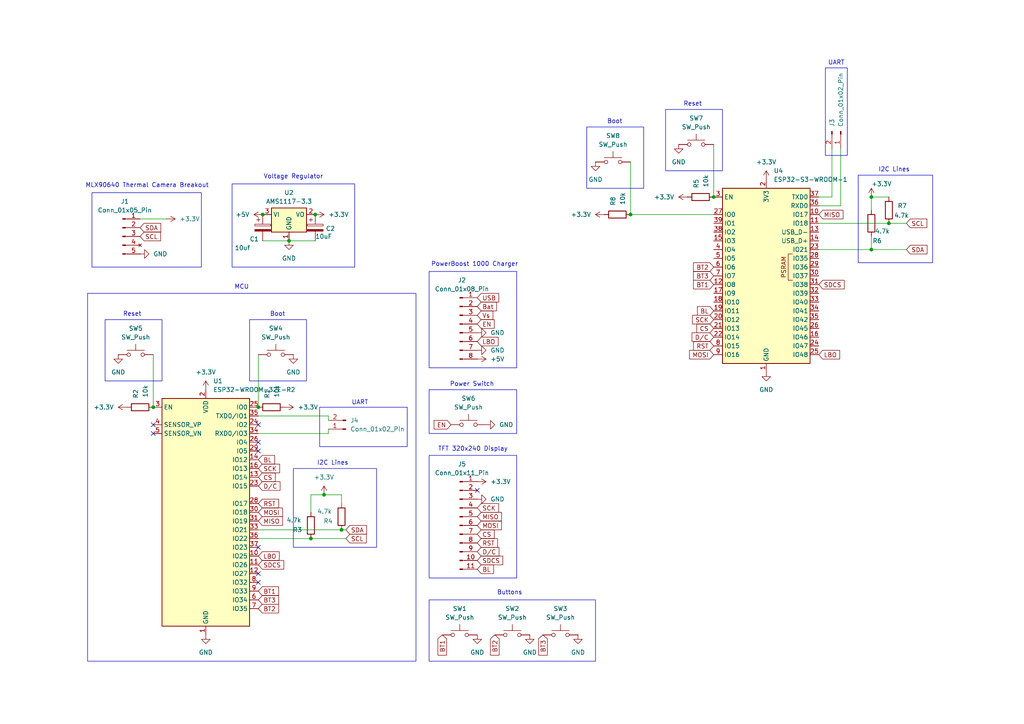
<source format=kicad_sch>
(kicad_sch (version 20250114) (generator "eeschema") (generator_version "9.0")
  (paper "A4")
  (title_block (title "IRview") (date "2025-07-24") (rev "3"))
  (lib_symbols
    (symbol "Connector:Conn_01x02_Pin" (pin_names (offset 1.016) (hide yes))
      (property "Reference" "J" (at 0 2.54 0))
      (property "Value" "Conn_01x02_Pin" (at 0 -5.08 0))
      (symbol "Conn_01x02_Pin_1_1"
        (rectangle (start 0.8636 0.127) (end 0 -0.127) (stroke (width 0.1524)) (fill (type outline)))
        (rectangle (start 0.8636 -2.413) (end 0 -2.667) (stroke (width 0.1524)) (fill (type outline)))
        (polyline (pts (xy 1.27 0) (xy 0.8636 0)) (stroke (width 0.1524)))
        (polyline (pts (xy 1.27 -2.54) (xy 0.8636 -2.54)) (stroke (width 0.1524)))
        (pin passive line (at 5.08 0 180) (length 3.81) (name "Pin_1") (number "1"))
        (pin passive line (at 5.08 -2.54 180) (length 3.81) (name "Pin_2") (number "2"))
      )
    )
    (symbol "Connector:Conn_01x05_Pin" (pin_names (offset 1.016) (hide yes))
      (property "Reference" "J1" (at 0.635 10.16 0))
      (property "Value" "Conn_01x05_Pin" (at 0.635 7.62 0))
      (symbol "Conn_01x05_Pin_1_1"
        (rectangle (start 0.8636 5.207) (end 0 4.953) (stroke (width 0.1524)) (fill (type outline)))
        (rectangle (start 0.8636 2.667) (end 0 2.413) (stroke (width 0.1524)) (fill (type outline)))
        (rectangle (start 0.8636 0.127) (end 0 -0.127) (stroke (width 0.1524)) (fill (type outline)))
        (rectangle (start 0.8636 -2.413) (end 0 -2.667) (stroke (width 0.1524)) (fill (type outline)))
        (rectangle (start 0.8636 -4.953) (end 0 -5.207) (stroke (width 0.1524)) (fill (type outline)))
        (polyline (pts (xy 1.27 5.08) (xy 0.8636 5.08)) (stroke (width 0.1524)))
        (polyline (pts (xy 1.27 2.54) (xy 0.8636 2.54)) (stroke (width 0.1524)))
        (polyline (pts (xy 1.27 0) (xy 0.8636 0)) (stroke (width 0.1524)))
        (polyline (pts (xy 1.27 -2.54) (xy 0.8636 -2.54)) (stroke (width 0.1524)))
        (polyline (pts (xy 1.27 -5.08) (xy 0.8636 -5.08)) (stroke (width 0.1524)))
        (pin input line (at 5.08 5.08 180) (length 3.81) (name "3-6v") (number "1"))
        (pin passive line (at 5.08 2.54 180) (length 3.81) (name "SDA") (number "2"))
        (pin passive line (at 5.08 0 180) (length 3.81) (name "SCL") (number "3"))
        (pin no_connect line (at 5.08 -2.54 180) (length 3.81) (name "NC") (number "4"))
        (pin input line (at 5.08 -5.08 180) (length 3.81) (name "GND") (number "5"))
      )
    )
    (symbol "Connector:Conn_01x08_Pin" (pin_names (offset 1.016) (hide yes))
      (property "Reference" "J2" (at 0.635 12.7 0))
      (property "Value" "Conn_01x08_Pin" (at 0.635 10.16 0))
      (symbol "Conn_01x08_Pin_1_1"
        (rectangle (start 0.8636 7.747) (end 0 7.493) (stroke (width 0.1524)) (fill (type outline)))
        (rectangle (start 0.8636 5.207) (end 0 4.953) (stroke (width 0.1524)) (fill (type outline)))
        (rectangle (start 0.8636 2.667) (end 0 2.413) (stroke (width 0.1524)) (fill (type outline)))
        (rectangle (start 0.8636 0.127) (end 0 -0.127) (stroke (width 0.1524)) (fill (type outline)))
        (rectangle (start 0.8636 -2.413) (end 0 -2.667) (stroke (width 0.1524)) (fill (type outline)))
        (rectangle (start 0.8636 -4.953) (end 0 -5.207) (stroke (width 0.1524)) (fill (type outline)))
        (rectangle (start 0.8636 -7.493) (end 0 -7.747) (stroke (width 0.1524)) (fill (type outline)))
        (rectangle (start 0.8636 -10.033) (end 0 -10.287) (stroke (width 0.1524)) (fill (type outline)))
        (polyline (pts (xy 1.27 7.62) (xy 0.8636 7.62)) (stroke (width 0.1524)))
        (polyline (pts (xy 1.27 5.08) (xy 0.8636 5.08)) (stroke (width 0.1524)))
        (polyline (pts (xy 1.27 2.54) (xy 0.8636 2.54)) (stroke (width 0.1524)))
        (polyline (pts (xy 1.27 0) (xy 0.8636 0)) (stroke (width 0.1524)))
        (polyline (pts (xy 1.27 -2.54) (xy 0.8636 -2.54)))
        (polyline (pts (xy 1.27 -5.08) (xy 0.8636 -5.08)) (stroke (width 0.1524)))
        (polyline (pts (xy 1.27 -7.62) (xy 0.8636 -7.62)) (stroke (width 0.1524)))
        (polyline (pts (xy 1.27 -10.16) (xy 0.8636 -10.16)) (stroke (width 0.1524)))
        (pin passive line (at 5.08 7.62 180) (length 3.81) (name "USB") (number "1"))
        (pin passive line (at 5.08 5.08 180) (length 3.81) (name "Bat") (number "2"))
        (pin passive line (at 5.08 2.54 180) (length 3.81) (name "Vs") (number "3"))
        (pin passive line (at 5.08 0 180) (length 3.81) (name "EN") (number "4"))
        (pin input line (at 5.08 -2.54 180) (length 3.81) (name "GND") (number "5"))
        (pin passive line (at 5.08 -5.08 180) (length 3.81) (name "LBO") (number "6"))
        (pin input line (at 5.08 -7.62 180) (length 3.81) (name "G") (number "7"))
        (pin input line (at 5.08 -10.16 180) (length 3.81) (name "5V") (number "8"))
      )
    )
    (symbol "Connector:Conn_01x11_Pin" (pin_names (offset 1.016) (hide yes))
      (property "Reference" "J" (at 0 15.24 0))
      (property "Value" "Conn_01x11_Pin" (at 0 -15.24 0))
      (symbol "Conn_01x11_Pin_1_1"
        (rectangle (start 0.8636 12.827) (end 0 12.573) (stroke (width 0.1524)) (fill (type outline)))
        (rectangle (start 0.8636 10.287) (end 0 10.033) (stroke (width 0.1524)) (fill (type outline)))
        (rectangle (start 0.8636 7.747) (end 0 7.493) (stroke (width 0.1524)) (fill (type outline)))
        (rectangle (start 0.8636 5.207) (end 0 4.953) (stroke (width 0.1524)) (fill (type outline)))
        (rectangle (start 0.8636 2.667) (end 0 2.413) (stroke (width 0.1524)) (fill (type outline)))
        (rectangle (start 0.8636 0.127) (end 0 -0.127) (stroke (width 0.1524)) (fill (type outline)))
        (rectangle (start 0.8636 -2.413) (end 0 -2.667) (stroke (width 0.1524)) (fill (type outline)))
        (rectangle (start 0.8636 -4.953) (end 0 -5.207) (stroke (width 0.1524)) (fill (type outline)))
        (rectangle (start 0.8636 -7.493) (end 0 -7.747) (stroke (width 0.1524)) (fill (type outline)))
        (rectangle (start 0.8636 -10.033) (end 0 -10.287) (stroke (width 0.1524)) (fill (type outline)))
        (rectangle (start 0.8636 -12.573) (end 0 -12.827) (stroke (width 0.1524)) (fill (type outline)))
        (polyline (pts (xy 1.27 12.7) (xy 0.8636 12.7)) (stroke (width 0.1524)))
        (polyline (pts (xy 1.27 10.16) (xy 0.8636 10.16)) (stroke (width 0.1524)))
        (polyline (pts (xy 1.27 7.62) (xy 0.8636 7.62)) (stroke (width 0.1524)))
        (polyline (pts (xy 1.27 5.08) (xy 0.8636 5.08)) (stroke (width 0.1524)))
        (polyline (pts (xy 1.27 2.54) (xy 0.8636 2.54)) (stroke (width 0.1524)))
        (polyline (pts (xy 1.27 0) (xy 0.8636 0)) (stroke (width 0.1524)))
        (polyline (pts (xy 1.27 -2.54) (xy 0.8636 -2.54)) (stroke (width 0.1524)))
        (polyline (pts (xy 1.27 -5.08) (xy 0.8636 -5.08)) (stroke (width 0.1524)))
        (polyline (pts (xy 1.27 -7.62) (xy 0.8636 -7.62)) (stroke (width 0.1524)))
        (polyline (pts (xy 1.27 -10.16) (xy 0.8636 -10.16)) (stroke (width 0.1524)))
        (polyline (pts (xy 1.27 -12.7) (xy 0.8636 -12.7)) (stroke (width 0.1524)))
        (pin passive line (at 5.08 12.7 180) (length 3.81) (name "Pin_1") (number "1"))
        (pin passive line (at 5.08 10.16 180) (length 3.81) (name "Pin_2") (number "2"))
        (pin passive line (at 5.08 7.62 180) (length 3.81) (name "Pin_3") (number "3"))
        (pin passive line (at 5.08 5.08 180) (length 3.81) (name "Pin_4") (number "4"))
        (pin passive line (at 5.08 2.54 180) (length 3.81) (name "Pin_5") (number "5"))
        (pin passive line (at 5.08 0 180) (length 3.81) (name "Pin_6") (number "6"))
        (pin passive line (at 5.08 -2.54 180) (length 3.81) (name "Pin_7") (number "7"))
        (pin passive line (at 5.08 -5.08 180) (length 3.81) (name "Pin_8") (number "8"))
        (pin passive line (at 5.08 -7.62 180) (length 3.81) (name "Pin_9") (number "9"))
        (pin passive line (at 5.08 -10.16 180) (length 3.81) (name "Pin_10") (number "10"))
        (pin passive line (at 5.08 -12.7 180) (length 3.81) (name "Pin_11") (number "11"))
      )
    )
    (symbol "Device:C_Polarized" (pin_numbers (hide yes)) (pin_names (offset 0.254))
      (property "Reference" "C" (at 0.635 2.54 0))
      (property "Value" "C_Polarized" (at 0.635 -2.54 0))
      (symbol "C_Polarized_0_1"
        (rectangle (start -2.286 0.508) (end 2.286 1.016))
        (polyline (pts (xy -1.778 2.286) (xy -0.762 2.286)))
        (polyline (pts (xy -1.27 2.794) (xy -1.27 1.778)))
        (rectangle (start 2.286 -0.508) (end -2.286 -1.016) (fill (type outline)))
      )
      (symbol "C_Polarized_1_1"
        (pin passive line (at 0 3.81 270) (length 2.794) (name "~") (number "1"))
        (pin passive line (at 0 -3.81 90) (length 2.794) (name "~") (number "2"))
      )
    )
    (symbol "Device:R" (pin_numbers (hide yes)) (pin_names (offset 0))
      (property "Reference" "R" (at 2.032 0 90))
      (property "Value" "R" (at 0 0 90))
      (symbol "R_0_1"
        (rectangle (start -1.016 -2.54) (end 1.016 2.54) (stroke (width 0.254)))
      )
      (symbol "R_1_1"
        (pin passive line (at 0 3.81 270) (length 1.27) (name "~") (number "1"))
        (pin passive line (at 0 -3.81 90) (length 1.27) (name "~") (number "2"))
      )
    )
    (symbol "RF_Module:ESP32-S3-WROOM-1"
      (property "Reference" "U" (at -12.7 26.67 0))
      (property "Value" "ESP32-S3-WROOM-1" (at 12.7 26.67 0))
      (symbol "ESP32-S3-WROOM-1_0_0"
        (rectangle (start -12.7 25.4) (end 12.7 -25.4) (stroke (width 0.254)) (fill (type background)))
        (text "PSRAM" (at 5.08 2.54 900) (effects (font (size 1.27 1.27))))
      )
      (symbol "ESP32-S3-WROOM-1_0_1"
        (polyline (pts (xy 7.62 -1.27) (xy 6.35 -1.27) (xy 6.35 6.35) (xy 7.62 6.35)))
      )
      (symbol "ESP32-S3-WROOM-1_1_1"
        (pin input line (at -15.24 22.86 0) (length 2.54) (name "EN") (number "3"))
        (pin bidirectional line (at -15.24 17.78 0) (length 2.54) (name "IO0") (number "27"))
        (pin bidirectional line (at -15.24 15.24 0) (length 2.54) (name "IO1") (number "39"))
        (pin bidirectional line (at -15.24 12.7 0) (length 2.54) (name "IO2") (number "38"))
        (pin bidirectional line (at -15.24 10.16 0) (length 2.54) (name "IO3") (number "15"))
        (pin bidirectional line (at -15.24 7.62 0) (length 2.54) (name "IO4") (number "4"))
        (pin bidirectional line (at -15.24 5.08 0) (length 2.54) (name "IO5") (number "5"))
        (pin bidirectional line (at -15.24 2.54 0) (length 2.54) (name "IO6") (number "6"))
        (pin bidirectional line (at -15.24 0 0) (length 2.54) (name "IO7") (number "7"))
        (pin bidirectional line (at -15.24 -2.54 0) (length 2.54) (name "IO8") (number "12"))
        (pin bidirectional line (at -15.24 -5.08 0) (length 2.54) (name "IO9") (number "17"))
        (pin bidirectional line (at -15.24 -7.62 0) (length 2.54) (name "IO10") (number "18"))
        (pin bidirectional line (at -15.24 -10.16 0) (length 2.54) (name "IO11") (number "19"))
        (pin bidirectional line (at -15.24 -12.7 0) (length 2.54) (name "IO12") (number "20"))
        (pin bidirectional line (at -15.24 -15.24 0) (length 2.54) (name "IO13") (number "21"))
        (pin bidirectional line (at -15.24 -17.78 0) (length 2.54) (name "IO14") (number "22"))
        (pin bidirectional line (at -15.24 -20.32 0) (length 2.54) (name "IO15") (number "8"))
        (pin bidirectional line (at -15.24 -22.86 0) (length 2.54) (name "IO16") (number "9"))
        (pin power_in line (at 0 27.94 270) (length 2.54) (name "3V3") (number "2"))
        (pin power_in line (at 0 -27.94 90) (length 2.54) (name "GND") (number "1"))
        (pin passive line (at 0 -27.94 90) (length 2.54) (hide yes) (name "GND") (number "40"))
        (pin passive line (at 0 -27.94 90) (length 2.54) (hide yes) (name "GND") (number "41"))
        (pin bidirectional line (at 15.24 22.86 180) (length 2.54) (name "TXD0") (number "37"))
        (pin bidirectional line (at 15.24 20.32 180) (length 2.54) (name "RXD0") (number "36"))
        (pin bidirectional line (at 15.24 17.78 180) (length 2.54) (name "IO17") (number "10"))
        (pin bidirectional line (at 15.24 15.24 180) (length 2.54) (name "IO18") (number "11"))
        (pin bidirectional line (at 15.24 12.7 180) (length 2.54) (name "USB_D-") (number "13"))
        (pin bidirectional line (at 15.24 10.16 180) (length 2.54) (name "USB_D+") (number "14"))
        (pin bidirectional line (at 15.24 7.62 180) (length 2.54) (name "IO21") (number "23"))
        (pin bidirectional line (at 15.24 5.08 180) (length 2.54) (name "IO35") (number "28"))
        (pin bidirectional line (at 15.24 2.54 180) (length 2.54) (name "IO36") (number "29"))
        (pin bidirectional line (at 15.24 0 180) (length 2.54) (name "IO37") (number "30"))
        (pin bidirectional line (at 15.24 -2.54 180) (length 2.54) (name "IO38") (number "31"))
        (pin bidirectional line (at 15.24 -5.08 180) (length 2.54) (name "IO39") (number "32"))
        (pin bidirectional line (at 15.24 -7.62 180) (length 2.54) (name "IO40") (number "33"))
        (pin bidirectional line (at 15.24 -10.16 180) (length 2.54) (name "IO41") (number "34"))
        (pin bidirectional line (at 15.24 -12.7 180) (length 2.54) (name "IO42") (number "35"))
        (pin bidirectional line (at 15.24 -15.24 180) (length 2.54) (name "IO45") (number "26"))
        (pin bidirectional line (at 15.24 -17.78 180) (length 2.54) (name "IO46") (number "16"))
        (pin bidirectional line (at 15.24 -20.32 180) (length 2.54) (name "IO47") (number "24"))
        (pin bidirectional line (at 15.24 -22.86 180) (length 2.54) (name "IO48") (number "25"))
      )
    )
    (symbol "RF_Module:ESP32-WROOM-32E-R2"
      (property "Reference" "U" (at -12.7 34.29 0))
      (property "Value" "ESP32-WROOM-32E-R2" (at 1.27 34.29 0))
      (symbol "ESP32-WROOM-32E-R2_0_1"
        (rectangle (start -12.7 33.02) (end 12.7 -33.02) (stroke (width 0.254)) (fill (type background)))
      )
      (symbol "ESP32-WROOM-32E-R2_1_1"
        (pin input line (at -15.24 30.48 0) (length 2.54) (name "EN") (number "3"))
        (pin input line (at -15.24 25.4 0) (length 2.54) (name "SENSOR_VP") (number "4"))
        (pin input line (at -15.24 22.86 0) (length 2.54) (name "SENSOR_VN") (number "5"))
        (pin no_connect line (at -12.7 0 0) (length 2.54) (hide yes) (name "NC") (number "21"))
        (pin no_connect line (at -12.7 -2.54 0) (length 2.54) (hide yes) (name "NC") (number "22"))
        (pin no_connect line (at -12.7 -5.08 0) (length 2.54) (hide yes) (name "NC") (number "17"))
        (pin no_connect line (at -12.7 -7.62 0) (length 2.54) (hide yes) (name "NC") (number "18"))
        (pin no_connect line (at -12.7 -10.16 0) (length 2.54) (hide yes) (name "NC") (number "20"))
        (pin no_connect line (at -12.7 -12.7 0) (length 2.54) (hide yes) (name "NC") (number "19"))
        (pin no_connect line (at -12.7 -27.94 0) (length 2.54) (hide yes) (name "NC") (number "32"))
        (pin power_in line (at 0 35.56 270) (length 2.54) (name "VDD") (number "2"))
        (pin power_in line (at 0 -35.56 90) (length 2.54) (name "GND") (number "1"))
        (pin passive line (at 0 -35.56 90) (length 2.54) (hide yes) (name "GND") (number "15"))
        (pin passive line (at 0 -35.56 90) (length 2.54) (hide yes) (name "GND") (number "38"))
        (pin passive line (at 0 -35.56 90) (length 2.54) (hide yes) (name "GND") (number "39"))
        (pin no_connect line (at 12.7 5.08 180) (length 2.54) (hide yes) (name "NC") (number "27"))
        (pin bidirectional line (at 15.24 30.48 180) (length 2.54) (name "IO0") (number "25"))
        (pin bidirectional line (at 15.24 27.94 180) (length 2.54) (name "TXD0/IO1") (number "35"))
        (pin bidirectional line (at 15.24 25.4 180) (length 2.54) (name "IO2") (number "24"))
        (pin bidirectional line (at 15.24 22.86 180) (length 2.54) (name "RXD0/IO3") (number "34"))
        (pin bidirectional line (at 15.24 20.32 180) (length 2.54) (name "IO4") (number "26"))
        (pin bidirectional line (at 15.24 17.78 180) (length 2.54) (name "IO5") (number "29"))
        (pin bidirectional line (at 15.24 15.24 180) (length 2.54) (name "IO12") (number "14"))
        (pin bidirectional line (at 15.24 12.7 180) (length 2.54) (name "IO13") (number "16"))
        (pin bidirectional line (at 15.24 10.16 180) (length 2.54) (name "IO14") (number "13"))
        (pin bidirectional line (at 15.24 7.62 180) (length 2.54) (name "IO15") (number "23"))
        (pin bidirectional line (at 15.24 2.54 180) (length 2.54) (name "IO17") (number "28"))
        (pin bidirectional line (at 15.24 0 180) (length 2.54) (name "IO18") (number "30"))
        (pin bidirectional line (at 15.24 -2.54 180) (length 2.54) (name "IO19") (number "31"))
        (pin bidirectional line (at 15.24 -5.08 180) (length 2.54) (name "IO21") (number "33"))
        (pin bidirectional line (at 15.24 -7.62 180) (length 2.54) (name "IO22") (number "36"))
        (pin bidirectional line (at 15.24 -10.16 180) (length 2.54) (name "IO23") (number "37"))
        (pin bidirectional line (at 15.24 -12.7 180) (length 2.54) (name "IO25") (number "10"))
        (pin bidirectional line (at 15.24 -15.24 180) (length 2.54) (name "IO26") (number "11"))
        (pin bidirectional line (at 15.24 -17.78 180) (length 2.54) (name "IO27") (number "12"))
        (pin bidirectional line (at 15.24 -20.32 180) (length 2.54) (name "IO32") (number "8"))
        (pin bidirectional line (at 15.24 -22.86 180) (length 2.54) (name "IO33") (number "9"))
        (pin input line (at 15.24 -25.4 180) (length 2.54) (name "IO34") (number "6"))
        (pin input line (at 15.24 -27.94 180) (length 2.54) (name "IO35") (number "7"))
      )
    )
    (symbol "Regulator_Linear:AMS1117-3.3"
      (property "Reference" "U" (at -3.81 3.175 0))
      (property "Value" "AMS1117-3.3" (at 0 3.175 0))
      (symbol "AMS1117-3.3_0_1"
        (rectangle (start -5.08 -5.08) (end 5.08 1.905) (stroke (width 0.254)) (fill (type background)))
      )
      (symbol "AMS1117-3.3_1_1"
        (pin power_in line (at -7.62 0 0) (length 2.54) (name "VI") (number "3"))
        (pin power_in line (at 0 -7.62 90) (length 2.54) (name "GND") (number "1"))
        (pin power_out line (at 7.62 0 180) (length 2.54) (name "VO") (number "2"))
      )
    )
    (symbol "Switch:SW_Push" (pin_numbers (hide yes)) (pin_names (offset 1.016) (hide yes))
      (property "Reference" "SW" (at 1.27 2.54 0))
      (property "Value" "SW_Push" (at 0 -1.524 0))
      (symbol "SW_Push_0_1"
        (circle (center -2.032 0) (radius 0.508))
        (polyline (pts (xy 0 1.27) (xy 0 3.048)))
        (circle (center 2.032 0) (radius 0.508))
        (polyline (pts (xy 2.54 1.27) (xy -2.54 1.27)))
        (pin passive line (at -5.08 0 0) (length 2.54) (name "1") (number "1"))
        (pin passive line (at 5.08 0 180) (length 2.54) (name "2") (number "2"))
      )
    )
    (symbol "power:+3.3V" (power) (pin_numbers (hide yes)) (pin_names (offset 0) (hide yes))
      (property "Value" "+3.3V" (at 0 3.556 0))
      (symbol "+3.3V_0_1"
        (polyline (pts (xy -0.762 1.27) (xy 0 2.54)))
        (polyline (pts (xy 0 2.54) (xy 0.762 1.27)))
        (polyline (pts (xy 0 0) (xy 0 2.54)))
      )
      (symbol "+3.3V_1_1"
        (pin power_in line (at 0 0 90) (length 0) (name "~") (number "1"))
      )
    )
    (symbol "power:+5V" (power) (pin_numbers (hide yes)) (pin_names (offset 0) (hide yes))
      (property "Value" "+5V" (at 0 3.556 0))
      (symbol "+5V_0_1"
        (polyline (pts (xy -0.762 1.27) (xy 0 2.54)))
        (polyline (pts (xy 0 2.54) (xy 0.762 1.27)))
        (polyline (pts (xy 0 0) (xy 0 2.54)))
      )
      (symbol "+5V_1_1"
        (pin power_in line (at 0 0 90) (length 0) (name "~") (number "1"))
      )
    )
    (symbol "power:GND" (power) (pin_numbers (hide yes)) (pin_names (offset 0) (hide yes))
      (property "Value" "GND" (at 0 -3.81 0))
      (symbol "GND_0_1"
        (polyline (pts (xy 0 0) (xy 0 -1.27) (xy 1.27 -1.27) (xy 0 -2.54) (xy -1.27 -1.27) (xy 0 -1.27)))
      )
      (symbol "GND_1_1"
        (pin power_in line (at 0 0 270) (length 0) (name "~") (number "1"))
      )
    )
  )
  (rectangle (start 124.46 132.08) (end 149.86 167.64))
  (rectangle (start 124.46 113.03) (end 149.86 125.73))
  (rectangle (start 92.71 118.11) (end 118.11 129.54))
  (rectangle (start 25.4 85.09) (end 120.65 191.77))
  (rectangle (start 67.31 53.34) (end 102.87 77.47))
  (rectangle (start 30.48 92.71) (end 46.99 110.49))
  (rectangle (start 26.67 55.88) (end 58.42 77.47))
  (rectangle (start 248.92 50.8) (end 270.51 76.2))
  (rectangle (start 85.09 135.89) (end 109.22 158.75))
  (rectangle (start 239.395 19.685) (end 245.745 45.085))
  (rectangle (start 170.18 36.83) (end 186.69 54.61))
  (rectangle (start 124.46 78.74) (end 149.86 106.68))
  (rectangle (start 124.46 173.99) (end 172.72 191.77))
  (rectangle (start 72.39 92.71) (end 88.9 110.49))
  (rectangle (start 193.04 31.75) (end 209.55 49.53))
  (text "Voltage Regulator" (at 85.09 51.308 0) (effects (font (size 1.27 1.27))))
  (text "MCU" (at 70.104 83.312 0) (effects (font (size 1.27 1.27))))
  (text "Boot" (at 178.308 35.306 0) (effects (font (size 1.27 1.27))))
  (text "Boot" (at 80.518 91.186 0) (effects (font (size 1.27 1.27))))
  (text "PowerBoost 1000 Charger" (at 137.668 76.708 0) (effects (font (size 1.27 1.27))))
  (text "UART" (at 242.57 18.288 0) (effects (font (size 1.27 1.27))))
  (text "TFT 320x240 Display" (at 137.16 130.302 0) (effects (font (size 1.27 1.27))))
  (text "I2C Lines" (at 259.334 49.276 0) (effects (font (size 1.27 1.27))))
  (text "UART" (at 104.394 116.84 0) (effects (font (size 1.27 1.27))))
  (text "Buttons" (at 147.828 171.958 0) (effects (font (size 1.27 1.27))))
  (text "I2C Lines" (at 96.52 134.366 0) (effects (font (size 1.27 1.27))))
  (text "Reset" (at 200.914 30.226 0) (effects (font (size 1.27 1.27))))
  (text "MLX90640 Thermal Camera Breakout" (at 42.672 53.848 0) (effects (font (size 1.27 1.27))))
  (text "Reset" (at 38.354 91.186 0) (effects (font (size 1.27 1.27))))
  (text "Power Switch" (at 136.906 111.506 0) (effects (font (size 1.27 1.27))))
  (junction (at 93.98 143.51))
  (junction (at 252.73 57.15))
  (junction (at 76.2 62.23))
  (junction (at 91.44 62.23))
  (junction (at 90.17 156.21))
  (junction (at 207.01 57.15))
  (junction (at 252.73 72.39))
  (junction (at 74.93 118.11))
  (junction (at 44.45 118.11))
  (junction (at 257.81 64.77))
  (junction (at 83.82 69.85))
  (junction (at 99.06 153.67))
  (junction (at 182.88 62.23))
  (no_connect (at 74.93 158.75))
  (no_connect (at 44.45 123.19))
  (no_connect (at 74.93 166.37))
  (no_connect (at 74.93 123.19))
  (no_connect (at 44.45 125.73))
  (no_connect (at 74.93 130.81))
  (no_connect (at 138.43 142.24))
  (no_connect (at 74.93 168.91))
  (no_connect (at 74.93 128.27))
  (wire (pts (xy 237.49 64.77) (xy 257.81 64.77)))
  (wire (pts (xy 237.49 72.39) (xy 252.73 72.39)))
  (wire (pts (xy 90.17 156.21) (xy 74.93 156.21)))
  (wire (pts (xy 99.06 153.67) (xy 74.93 153.67)))
  (wire (pts (xy 95.25 125.73) (xy 95.25 124.46)))
  (wire (pts (xy 257.81 64.77) (xy 262.89 64.77)))
  (wire (pts (xy 252.73 68.58) (xy 252.73 72.39)))
  (wire (pts (xy 74.93 118.11) (xy 74.93 102.87)))
  (wire (pts (xy 74.93 125.73) (xy 95.25 125.73)))
  (wire (pts (xy 252.73 72.39) (xy 262.89 72.39)))
  (wire (pts (xy 207.01 57.15) (xy 207.01 41.91)))
  (wire (pts (xy 95.25 120.65) (xy 95.25 121.92)))
  (wire (pts (xy 182.88 62.23) (xy 182.88 46.99)))
  (wire (pts (xy 237.49 59.69) (xy 243.84 59.69)))
  (wire (pts (xy 182.88 62.23) (xy 207.01 62.23)))
  (wire (pts (xy 90.17 143.51) (xy 93.98 143.51)))
  (wire (pts (xy 100.33 156.21) (xy 90.17 156.21)))
  (wire (pts (xy 40.64 63.5) (xy 48.26 63.5)))
  (wire (pts (xy 99.06 143.51) (xy 99.06 146.05)))
  (wire (pts (xy 252.73 57.15) (xy 252.73 60.96)))
  (wire (pts (xy 100.33 153.67) (xy 99.06 153.67)))
  (wire (pts (xy 243.84 59.69) (xy 243.84 43.18)))
  (wire (pts (xy 93.98 143.51) (xy 99.06 143.51)))
  (wire (pts (xy 44.45 118.11) (xy 44.45 102.87)))
  (wire (pts (xy 237.49 57.15) (xy 241.3 57.15)))
  (wire (pts (xy 74.93 120.65) (xy 95.25 120.65)))
  (wire (pts (xy 83.82 69.85) (xy 91.44 69.85)))
  (wire (pts (xy 252.73 57.15) (xy 257.81 57.15)))
  (wire (pts (xy 90.17 148.59) (xy 90.17 143.51)))
  (wire (pts (xy 76.2 69.85) (xy 83.82 69.85)))
  (wire (pts (xy 241.3 57.15) (xy 241.3 43.18)))
  (global_label "MISO" (shape input) (at 138.43 149.86 0) (property "Intersheetrefs" "${INTERSHEET_REFS}" (effects (hide yes))))
  (global_label "MOSI" (shape input) (at 207.01 102.87 180) (property "Intersheetrefs" "${INTERSHEET_REFS}" (effects (hide yes))))
  (global_label "BT2" (shape input) (at 74.93 176.53 0) (property "Intersheetrefs" "${INTERSHEET_REFS}" (effects (hide yes))))
  (global_label "BT3" (shape input) (at 157.48 184.15 270) (property "Intersheetrefs" "${INTERSHEET_REFS}" (effects (hide yes))))
  (global_label "LBO" (shape input) (at 237.49 102.87 0) (property "Intersheetrefs" "${INTERSHEET_REFS}" (effects (hide yes))))
  (global_label "Vs" (shape input) (at 138.43 91.44 0) (property "Intersheetrefs" "${INTERSHEET_REFS}" (effects (hide yes))))
  (global_label "LBO" (shape input) (at 138.43 99.06 0) (property "Intersheetrefs" "${INTERSHEET_REFS}" (effects (hide yes))))
  (global_label "RST" (shape input) (at 207.01 100.33 180) (property "Intersheetrefs" "${INTERSHEET_REFS}" (effects (hide yes))))
  (global_label "BT3" (shape input) (at 74.93 173.99 0) (property "Intersheetrefs" "${INTERSHEET_REFS}" (effects (hide yes))))
  (global_label "BL" (shape input) (at 74.93 133.35 0) (property "Intersheetrefs" "${INTERSHEET_REFS}" (effects (hide yes))))
  (global_label "RST" (shape input) (at 138.43 157.48 0) (property "Intersheetrefs" "${INTERSHEET_REFS}" (effects (hide yes))))
  (global_label "SDA" (shape input) (at 262.89 72.39 0) (property "Intersheetrefs" "${INTERSHEET_REFS}" (effects (hide yes))))
  (global_label "CS" (shape input) (at 138.43 154.94 0) (property "Intersheetrefs" "${INTERSHEET_REFS}" (effects (hide yes))))
  (global_label "BT2" (shape input) (at 207.01 77.47 180) (property "Intersheetrefs" "${INTERSHEET_REFS}" (effects (hide yes))))
  (global_label "D{slash}C" (shape input) (at 74.93 140.97 0) (property "Intersheetrefs" "${INTERSHEET_REFS}" (effects (hide yes))))
  (global_label "SCK" (shape input) (at 138.43 147.32 0) (property "Intersheetrefs" "${INTERSHEET_REFS}" (effects (hide yes))))
  (global_label "BL" (shape input) (at 138.43 165.1 0) (property "Intersheetrefs" "${INTERSHEET_REFS}" (effects (hide yes))))
  (global_label "MOSI" (shape input) (at 138.43 152.4 0) (property "Intersheetrefs" "${INTERSHEET_REFS}" (effects (hide yes))))
  (global_label "SCL" (shape input) (at 40.64 68.58 0) (property "Intersheetrefs" "${INTERSHEET_REFS}" (effects (hide yes))))
  (global_label "Bat" (shape input) (at 138.43 88.9 0) (property "Intersheetrefs" "${INTERSHEET_REFS}" (effects (hide yes))))
  (global_label "RST" (shape input) (at 74.93 146.05 0) (property "Intersheetrefs" "${INTERSHEET_REFS}" (effects (hide yes))))
  (global_label "SCK" (shape input) (at 207.01 92.71 180) (property "Intersheetrefs" "${INTERSHEET_REFS}" (effects (hide yes))))
  (global_label "EN" (shape input) (at 130.81 123.19 180) (property "Intersheetrefs" "${INTERSHEET_REFS}" (effects (hide yes))))
  (global_label "SDCS" (shape input) (at 74.93 163.83 0) (property "Intersheetrefs" "${INTERSHEET_REFS}" (effects (hide yes))))
  (global_label "CS" (shape input) (at 74.93 138.43 0) (property "Intersheetrefs" "${INTERSHEET_REFS}" (effects (hide yes))))
  (global_label "CS" (shape input) (at 207.01 95.25 180) (property "Intersheetrefs" "${INTERSHEET_REFS}" (effects (hide yes))))
  (global_label "MISO" (shape input) (at 237.49 62.23 0) (property "Intersheetrefs" "${INTERSHEET_REFS}" (effects (hide yes))))
  (global_label "SDCS" (shape input) (at 138.43 162.56 0) (property "Intersheetrefs" "${INTERSHEET_REFS}" (effects (hide yes))))
  (global_label "SCK" (shape input) (at 74.93 135.89 0) (property "Intersheetrefs" "${INTERSHEET_REFS}" (effects (hide yes))))
  (global_label "SDA" (shape input) (at 100.33 153.67 0) (property "Intersheetrefs" "${INTERSHEET_REFS}" (effects (hide yes))))
  (global_label "D{slash}C" (shape input) (at 138.43 160.02 0) (property "Intersheetrefs" "${INTERSHEET_REFS}" (effects (hide yes))))
  (global_label "EN" (shape input) (at 138.43 93.98 0) (property "Intersheetrefs" "${INTERSHEET_REFS}" (effects (hide yes))))
  (global_label "BT3" (shape input) (at 207.01 80.01 180) (property "Intersheetrefs" "${INTERSHEET_REFS}" (effects (hide yes))))
  (global_label "BT2" (shape input) (at 143.51 184.15 270) (property "Intersheetrefs" "${INTERSHEET_REFS}" (effects (hide yes))))
  (global_label "USB" (shape input) (at 138.43 86.36 0) (property "Intersheetrefs" "${INTERSHEET_REFS}" (effects (hide yes))))
  (global_label "SDCS" (shape input) (at 237.49 82.55 0) (property "Intersheetrefs" "${INTERSHEET_REFS}" (effects (hide yes))))
  (global_label "SCL" (shape input) (at 262.89 64.77 0) (property "Intersheetrefs" "${INTERSHEET_REFS}" (effects (hide yes))))
  (global_label "SCL" (shape input) (at 100.33 156.21 0) (property "Intersheetrefs" "${INTERSHEET_REFS}" (effects (hide yes))))
  (global_label "BT1" (shape input) (at 74.93 171.45 0) (property "Intersheetrefs" "${INTERSHEET_REFS}" (effects (hide yes))))
  (global_label "BT1" (shape input) (at 207.01 82.55 180) (property "Intersheetrefs" "${INTERSHEET_REFS}" (effects (hide yes))))
  (global_label "LBO" (shape input) (at 74.93 161.29 0) (property "Intersheetrefs" "${INTERSHEET_REFS}" (effects (hide yes))))
  (global_label "D{slash}C" (shape input) (at 207.01 97.79 180) (property "Intersheetrefs" "${INTERSHEET_REFS}" (effects (hide yes))))
  (global_label "MISO" (shape input) (at 74.93 151.13 0) (property "Intersheetrefs" "${INTERSHEET_REFS}" (effects (hide yes))))
  (global_label "BT1" (shape input) (at 128.27 184.15 270) (property "Intersheetrefs" "${INTERSHEET_REFS}" (effects (hide yes))))
  (global_label "MOSI" (shape input) (at 74.93 148.59 0) (property "Intersheetrefs" "${INTERSHEET_REFS}" (effects (hide yes))))
  (global_label "SDA" (shape input) (at 40.64 66.04 0) (property "Intersheetrefs" "${INTERSHEET_REFS}" (effects (hide yes))))
  (global_label "BL" (shape input) (at 207.01 90.17 180) (property "Intersheetrefs" "${INTERSHEET_REFS}" (effects (hide yes))))
  (symbol (lib_id "power:GND") (at 138.43 144.78 90) (unit 1)
    (property "Reference" "#PWR011" (effects (hide yes)))
    (property "Value" "GND" (at 142.24 144.7799 90) (effects (justify right)))
    (property "Description" "Power symbol creates a global label with name \"GND\" , ground" (effects (hide yes)))
  )
  (symbol (lib_id "Switch:SW_Push") (at 80.01 102.87 0) (unit 1) (in_bom no)
    (property "Reference" "SW4" (at 80.01 95.25 0))
    (property "Value" "SW_Push" (at 80.01 97.79 0))
    (property "Footprint" "Button_Switch_THT:SW_PUSH_6mm_H4.3mm" (effects (hide yes)))
    (property "Description" "Push button switch, generic, two pins" (effects (hide yes)))
  )
  (symbol (lib_id "Device:C_Polarized") (at 91.44 66.04 0) (unit 1) (in_bom no)
    (property "Reference" "C2" (at 94.488 66.294 0) (effects (justify left)))
    (property "Value" "10uF" (at 91.44 68.58 0) (effects (justify left)))
    (property "Footprint" "Capacitor_THT:CP_Radial_D4.0mm_P2.00mm" (effects (hide yes)))
    (property "Description" "Polarized capacitor" (effects (hide yes)))
  )
  (symbol (lib_id "power:+3.3V") (at 199.39 57.15 90) (unit 1)
    (property "Reference" "#PWR024" (effects (hide yes)))
    (property "Value" "+3.3V" (at 195.58 57.1499 90) (effects (justify left)))
    (property "Description" "Power symbol creates a global label with name \"+3.3V\"" (effects (hide yes)))
  )
  (symbol (lib_id "Device:R") (at 257.81 60.96 0) (unit 1) (in_bom no)
    (property "Reference" "R7" (at 260.35 59.6899 0) (effects (justify left)))
    (property "Value" "4.7k" (at 259.334 62.484 0) (effects (justify left)))
    (property "Footprint" "Resistor_THT:R_Axial_DIN0207_L6.3mm_D2.5mm_P7.62mm_Horizontal" (effects (hide yes)))
    (property "Description" "Resistor" (effects (hide yes)))
  )
  (symbol (lib_id "Switch:SW_Push") (at 177.8 46.99 0) (unit 1) (in_bom no)
    (property "Reference" "SW8" (at 177.8 39.37 0))
    (property "Value" "SW_Push" (at 177.8 41.91 0))
    (property "Footprint" "Button_Switch_THT:SW_PUSH_6mm_H4.3mm" (effects (hide yes)))
    (property "Description" "Push button switch, generic, two pins" (effects (hide yes)))
  )
  (symbol (lib_id "Connector:Conn_01x05_Pin") (at 35.56 68.58 0) (unit 1) (in_bom no)
    (property "Reference" "J1" (at 36.195 58.42 0))
    (property "Value" "Conn_01x05_Pin" (at 36.195 60.96 0))
    (property "Footprint" "Connector_PinHeader_2.54mm:PinHeader_1x05_P2.54mm_Vertical" (effects (hide yes)))
    (property "Description" "Generic connector, single row, 01x05, script generated" (effects (hide yes)))
  )
  (symbol (lib_id "power:+3.3V") (at 36.83 118.11 90) (unit 1)
    (property "Reference" "#PWR016" (effects (hide yes)))
    (property "Value" "+3.3V" (at 33.02 118.1099 90) (effects (justify left)))
    (property "Description" "Power symbol creates a global label with name \"+3.3V\"" (effects (hide yes)))
  )
  (symbol (lib_id "power:GND") (at 85.09 102.87 0) (unit 1)
    (property "Reference" "#PWR017" (effects (hide yes)))
    (property "Value" "GND" (at 85.09 107.95 0))
    (property "Description" "Power symbol creates a global label with name \"GND\" , ground" (effects (hide yes)))
  )
  (symbol (lib_id "Switch:SW_Push") (at 148.59 184.15 0) (unit 1) (in_bom no)
    (property "Reference" "SW2" (at 148.59 176.53 0))
    (property "Value" "SW_Push" (at 148.59 179.07 0))
    (property "Footprint" "Button_Switch_THT:SW_PUSH_6mm" (effects (hide yes)))
    (property "Description" "Push button switch, generic, two pins" (effects (hide yes)))
  )
  (symbol (lib_id "power:GND") (at 138.43 184.15 0) (unit 1)
    (property "Reference" "#PWR03" (effects (hide yes)))
    (property "Value" "GND" (at 138.43 189.23 0))
    (property "Description" "Power symbol creates a global label with name \"GND\" , ground" (effects (hide yes)))
  )
  (symbol (lib_id "Switch:SW_Push") (at 135.89 123.19 0) (unit 1) (in_bom no)
    (property "Reference" "SW6" (at 135.89 115.57 0))
    (property "Value" "SW_Push" (at 135.89 118.11 0))
    (property "Footprint" "Button_Switch_THT:SW_DIP_SPSTx01_Slide_9.78x4.72mm_W7.62mm_P2.54mm" (effects (hide yes)))
    (property "Description" "Push button switch, generic, two pins" (effects (hide yes)))
  )
  (symbol (lib_id "Device:R") (at 90.17 152.4 180) (unit 1) (in_bom no)
    (property "Reference" "R3" (at 87.63 153.6701 0) (effects (justify left)))
    (property "Value" "4.7k" (at 87.376 150.876 0) (effects (justify left)))
    (property "Footprint" "Resistor_THT:R_Axial_DIN0207_L6.3mm_D2.5mm_P7.62mm_Horizontal" (effects (hide yes)))
    (property "Description" "Resistor" (effects (hide yes)))
  )
  (symbol (lib_id "power:+3.3V") (at 222.25 52.07 0) (unit 1)
    (property "Reference" "#PWR022" (effects (hide yes)))
    (property "Value" "+3.3V" (at 222.25 46.99 0))
    (property "Description" "Power symbol creates a global label with name \"+3.3V\"" (effects (hide yes)))
  )
  (symbol (lib_id "Switch:SW_Push") (at 162.56 184.15 0) (unit 1) (in_bom no)
    (property "Reference" "SW3" (at 162.56 176.53 0))
    (property "Value" "SW_Push" (at 162.56 179.07 0))
    (property "Footprint" "Button_Switch_THT:SW_PUSH_6mm" (effects (hide yes)))
    (property "Description" "Push button switch, generic, two pins" (effects (hide yes)))
  )
  (symbol (lib_id "power:GND") (at 83.82 69.85 0) (unit 1)
    (property "Reference" "#PWR014" (effects (hide yes)))
    (property "Value" "GND" (at 83.82 74.93 0))
    (property "Description" "Power symbol creates a global label with name \"GND\" , ground" (effects (hide yes)))
  )
  (symbol (lib_id "power:GND") (at 138.43 96.52 90) (unit 1)
    (property "Reference" "#PWR010" (effects (hide yes)))
    (property "Value" "GND" (at 142.24 96.5199 90) (effects (justify right)))
    (property "Description" "Power symbol creates a global label with name \"GND\" , ground" (effects (hide yes)))
  )
  (symbol (lib_id "power:GND") (at 59.69 184.15 0) (unit 1)
    (property "Reference" "#PWR07" (effects (hide yes)))
    (property "Value" "GND" (at 59.69 189.23 0))
    (property "Description" "Power symbol creates a global label with name \"GND\" , ground" (effects (hide yes)))
  )
  (symbol (lib_id "power:+3.3V") (at 252.73 57.15 0) (unit 1)
    (property "Reference" "#PWR026" (effects (hide yes)))
    (property "Value" "+3.3V" (at 252.7299 53.34 0) (effects (justify left)))
    (property "Description" "Power symbol creates a global label with name \"+3.3V\"" (effects (hide yes)))
  )
  (symbol (lib_id "Switch:SW_Push") (at 201.93 41.91 0) (unit 1) (in_bom no)
    (property "Reference" "SW7" (at 201.93 34.29 0))
    (property "Value" "SW_Push" (at 201.93 36.83 0))
    (property "Footprint" "Button_Switch_THT:SW_PUSH_6mm_H4.3mm" (effects (hide yes)))
    (property "Description" "Push button switch, generic, two pins" (effects (hide yes)))
  )
  (symbol (lib_id "power:GND") (at 140.97 123.19 90) (unit 1)
    (property "Reference" "#PWR02" (effects (hide yes)))
    (property "Value" "GND" (at 144.78 123.1899 90) (effects (justify right)))
    (property "Description" "Power symbol creates a global label with name \"GND\" , ground" (effects (hide yes)))
  )
  (symbol (lib_id "power:GND") (at 196.85 41.91 0) (unit 1)
    (property "Reference" "#PWR023" (effects (hide yes)))
    (property "Value" "GND" (at 196.85 46.99 0))
    (property "Description" "Power symbol creates a global label with name \"GND\" , ground" (effects (hide yes)))
  )
  (symbol (lib_id "Device:R") (at 78.74 118.11 90) (unit 1) (in_bom no)
    (property "Reference" "R1" (at 77.4699 115.57 0) (effects (justify left)))
    (property "Value" "10k" (at 80.264 115.316 0) (effects (justify left)))
    (property "Footprint" "Resistor_THT:R_Axial_DIN0207_L6.3mm_D2.5mm_P7.62mm_Horizontal" (effects (hide yes)))
    (property "Description" "Resistor" (effects (hide yes)))
  )
  (symbol (lib_id "power:+5V") (at 138.43 104.14 270) (unit 1)
    (property "Reference" "#PWR08" (effects (hide yes)))
    (property "Value" "+5V" (at 142.24 104.1399 90) (effects (justify left)))
    (property "Description" "Power symbol creates a global label with name \"+5V\"" (effects (hide yes)))
  )
  (symbol (lib_id "Switch:SW_Push") (at 39.37 102.87 0) (unit 1) (in_bom no)
    (property "Reference" "SW5" (at 39.37 95.25 0))
    (property "Value" "SW_Push" (at 39.37 97.79 0))
    (property "Footprint" "Button_Switch_THT:SW_PUSH_6mm_H4.3mm" (effects (hide yes)))
    (property "Description" "Push button switch, generic, two pins" (effects (hide yes)))
  )
  (symbol (lib_id "Device:R") (at 203.2 57.15 90) (unit 1) (in_bom no)
    (property "Reference" "R5" (at 201.9299 54.61 0) (effects (justify left)))
    (property "Value" "10k" (at 204.724 54.356 0) (effects (justify left)))
    (property "Footprint" "Resistor_THT:R_Axial_DIN0207_L6.3mm_D2.5mm_P7.62mm_Horizontal" (effects (hide yes)))
    (property "Description" "Resistor" (effects (hide yes)))
  )
  (symbol (lib_id "power:+3.3V") (at 91.44 62.23 270) (unit 1)
    (property "Reference" "#PWR013" (effects (hide yes)))
    (property "Value" "+3.3V" (at 95.25 62.2299 90) (effects (justify left)))
    (property "Description" "Power symbol creates a global label with name \"+3.3V\"" (effects (hide yes)))
  )
  (symbol (lib_id "Device:R") (at 252.73 64.77 180) (unit 1) (in_bom no)
    (property "Reference" "R6" (at 255.778 69.85 0) (effects (justify left)))
    (property "Value" "4.7k" (at 258.064 67.056 0) (effects (justify left)))
    (property "Footprint" "Resistor_THT:R_Axial_DIN0207_L6.3mm_D2.5mm_P7.62mm_Horizontal" (effects (hide yes)))
    (property "Description" "Resistor" (effects (hide yes)))
  )
  (symbol (lib_id "power:+3.3V") (at 48.26 63.5 270) (unit 1)
    (property "Reference" "#PWR06" (effects (hide yes)))
    (property "Value" "+3.3V" (at 52.07 63.4999 90) (effects (justify left)))
    (property "Description" "Power symbol creates a global label with name \"+3.3V\"" (effects (hide yes)))
  )
  (symbol (lib_id "Connector:Conn_01x08_Pin") (at 133.35 93.98 0) (unit 1) (in_bom no)
    (property "Reference" "J2" (at 133.985 81.28 0))
    (property "Value" "Conn_01x08_Pin" (at 133.985 83.82 0))
    (property "Footprint" "Connector_PinHeader_2.54mm:PinHeader_1x08_P2.54mm_Vertical" (effects (hide yes)))
    (property "Description" "Generic connector, single row, 01x08, script generated" (effects (hide yes)))
  )
  (symbol (lib_id "Switch:SW_Push") (at 133.35 184.15 0) (unit 1) (in_bom no)
    (property "Reference" "SW1" (at 133.35 176.53 0))
    (property "Value" "SW_Push" (at 133.35 179.07 0))
    (property "Footprint" "Button_Switch_THT:SW_PUSH_6mm" (effects (hide yes)))
    (property "Description" "Push button switch, generic, two pins" (effects (hide yes)))
  )
  (symbol (lib_id "power:GND") (at 172.72 46.99 0) (unit 1)
    (property "Reference" "#PWR027" (effects (hide yes)))
    (property "Value" "GND" (at 172.72 52.07 0))
    (property "Description" "Power symbol creates a global label with name \"GND\" , ground" (effects (hide yes)))
  )
  (symbol (lib_id "power:+3.3V") (at 59.69 113.03 0) (unit 1)
    (property "Reference" "#PWR015" (effects (hide yes)))
    (property "Value" "+3.3V" (at 59.69 107.95 0))
    (property "Description" "Power symbol creates a global label with name \"+3.3V\"" (effects (hide yes)))
  )
  (symbol (lib_id "power:GND") (at 167.64 184.15 0) (unit 1)
    (property "Reference" "#PWR05" (effects (hide yes)))
    (property "Value" "GND" (at 167.64 189.23 0))
    (property "Description" "Power symbol creates a global label with name \"GND\" , ground" (effects (hide yes)))
  )
  (symbol (lib_id "power:+5V") (at 76.2 62.23 90) (unit 1)
    (property "Reference" "#PWR021" (effects (hide yes)))
    (property "Value" "+5V" (at 72.39 62.2299 90) (effects (justify left)))
    (property "Description" "Power symbol creates a global label with name \"+5V\"" (effects (hide yes)))
  )
  (symbol (lib_id "Connector:Conn_01x02_Pin") (at 100.33 124.46 180) (unit 1) (in_bom no)
    (property "Reference" "J4" (at 101.6 121.9199 0) (effects (justify right)))
    (property "Value" "Conn_01x02_Pin" (at 101.6 124.4599 0) (effects (justify right)))
    (property "Footprint" "Connector_PinHeader_2.54mm:PinHeader_1x02_P2.54mm_Vertical" (effects (hide yes)))
    (property "Description" "Generic connector, single row, 01x02, script generated" (effects (hide yes)))
  )
  (symbol (lib_id "Device:R") (at 99.06 149.86 180) (unit 1) (in_bom no)
    (property "Reference" "R4" (at 96.52 151.1301 0) (effects (justify left)))
    (property "Value" "4.7k" (at 96.266 148.336 0) (effects (justify left)))
    (property "Footprint" "Resistor_THT:R_Axial_DIN0207_L6.3mm_D2.5mm_P7.62mm_Horizontal" (effects (hide yes)))
    (property "Description" "Resistor" (effects (hide yes)))
  )
  (symbol (lib_id "Regulator_Linear:AMS1117-3.3") (at 83.82 62.23 0) (unit 1)
    (property "Reference" "U2" (at 83.82 55.88 0))
    (property "Value" "AMS1117-3.3" (at 83.82 58.42 0))
    (property "Footprint" "Package_TO_SOT_SMD:SOT-223-3_TabPin2" (effects (hide yes)))
    (property "Datasheet" "http://www.advanced-monolithic.com/pdf/ds1117.pdf" (effects (hide yes)))
    (property "Description" "1A Low Dropout regulator, positive, 3.3V fixed output, SOT-223" (effects (hide yes)))
  )
  (symbol (lib_id "Device:C_Polarized") (at 76.2 66.04 0) (unit 1) (in_bom no)
    (property "Reference" "C1" (at 72.39 69.342 0) (effects (justify left)))
    (property "Value" "10uf" (at 68.072 71.882 0) (effects (justify left)))
    (property "Footprint" "Capacitor_THT:CP_Radial_D4.0mm_P2.00mm" (effects (hide yes)))
    (property "Description" "Polarized capacitor" (effects (hide yes)))
  )
  (symbol (lib_id "power:+3.3V") (at 82.55 118.11 270) (unit 1)
    (property "Reference" "#PWR018" (effects (hide yes)))
    (property "Value" "+3.3V" (at 86.36 118.1099 90) (effects (justify left)))
    (property "Description" "Power symbol creates a global label with name \"+3.3V\"" (effects (hide yes)))
  )
  (symbol (lib_id "power:GND") (at 153.67 184.15 0) (unit 1)
    (property "Reference" "#PWR04" (effects (hide yes)))
    (property "Value" "GND" (at 153.67 189.23 0))
    (property "Description" "Power symbol creates a global label with name \"GND\" , ground" (effects (hide yes)))
  )
  (symbol (lib_id "power:GND") (at 34.29 102.87 0) (unit 1)
    (property "Reference" "#PWR019" (effects (hide yes)))
    (property "Value" "GND" (at 34.29 107.95 0))
    (property "Description" "Power symbol creates a global label with name \"GND\" , ground" (effects (hide yes)))
  )
  (symbol (lib_id "Device:R") (at 40.64 118.11 90) (unit 1) (in_bom no)
    (property "Reference" "R2" (at 39.3699 115.57 0) (effects (justify left)))
    (property "Value" "10k" (at 42.164 115.316 0) (effects (justify left)))
    (property "Footprint" "Resistor_THT:R_Axial_DIN0207_L6.3mm_D2.5mm_P7.62mm_Horizontal" (effects (hide yes)))
    (property "Description" "Resistor" (effects (hide yes)))
  )
  (symbol (lib_id "Connector:Conn_01x11_Pin") (at 133.35 152.4 0) (unit 1) (in_bom no)
    (property "Reference" "J5" (at 133.985 134.62 0))
    (property "Value" "Conn_01x11_Pin" (at 133.985 137.16 0))
    (property "Footprint" "Connector_PinHeader_2.54mm:PinHeader_1x11_P2.54mm_Vertical" (effects (hide yes)))
    (property "Description" "Generic connector, single row, 01x11, script generated" (effects (hide yes)))
  )
  (symbol (lib_id "Connector:Conn_01x02_Pin") (at 243.84 38.1 270) (unit 1) (in_bom no)
    (property "Reference" "J3" (at 241.2999 36.83 0) (effects (justify right)))
    (property "Value" "Conn_01x02_Pin" (at 243.8399 36.83 0) (effects (justify right)))
    (property "Footprint" "Connector_PinHeader_2.54mm:PinHeader_1x02_P2.54mm_Vertical" (effects (hide yes)))
    (property "Description" "Generic connector, single row, 01x02, script generated" (effects (hide yes)))
  )
  (symbol (lib_id "RF_Module:ESP32-S3-WROOM-1") (at 222.25 80.01 0) (unit 1)
    (property "Reference" "U4" (at 224.3933 49.53 0) (effects (justify left)))
    (property "Value" "ESP32-S3-WROOM-1" (at 224.3933 52.07 0) (effects (justify left)))
    (property "Footprint" "RF_Module:ESP32-S3-WROOM-1" (effects (hide yes)))
    (property "Datasheet" "https://www.espressif.com/sites/default/files/documentation/esp32-s3-wroom-1_wroom-1u_datasheet_en.pdf" (effects (hide yes)))
    (property "Description" "RF Module, ESP32-S3 SoC, Wi-Fi 802.11b/g/n, Bluetooth, BLE, 32-bit, 3.3V, onboard antenna, SMD" (effects (hide yes)))
  )
  (symbol (lib_id "power:+3.3V") (at 175.26 62.23 90) (unit 1)
    (property "Reference" "#PWR028" (effects (hide yes)))
    (property "Value" "+3.3V" (at 171.45 62.2299 90) (effects (justify left)))
    (property "Description" "Power symbol creates a global label with name \"+3.3V\"" (effects (hide yes)))
  )
  (symbol (lib_id "RF_Module:ESP32-WROOM-32E-R2") (at 59.69 148.59 0) (unit 1)
    (property "Reference" "U1" (at 61.8333 110.49 0) (effects (justify left)))
    (property "Value" "ESP32-WROOM-32E-R2" (at 61.8333 113.03 0) (effects (justify left)))
    (property "Footprint" "RF_Module:ESP32-WROOM-32D" (effects (hide yes)))
    (property "Datasheet" "https://www.espressif.com/sites/default/files/documentation/esp32-wroom-32e_esp32-wroom-32ue_datasheet_en.pdf" (effects (hide yes)))
    (property "Description" "RF Module, ESP32-D0WDR2-V3 SoC, with 2MB PSRAM, Wi-Fi 802.11b/g/n, Bluetooth, BLE, 32-bit, 2.7-3.6V, onboard antenna, SMD" (effects (hide yes)))
  )
  (symbol (lib_id "power:GND") (at 138.43 101.6 90) (unit 1)
    (property "Reference" "#PWR09" (effects (hide yes)))
    (property "Value" "GND" (at 142.24 101.5999 90) (effects (justify right)))
    (property "Description" "Power symbol creates a global label with name \"GND\" , ground" (effects (hide yes)))
  )
  (symbol (lib_id "Device:R") (at 179.07 62.23 90) (unit 1) (in_bom no)
    (property "Reference" "R8" (at 177.7999 59.69 0) (effects (justify left)))
    (property "Value" "10k" (at 180.594 59.436 0) (effects (justify left)))
    (property "Footprint" "Resistor_THT:R_Axial_DIN0207_L6.3mm_D2.5mm_P7.62mm_Horizontal" (effects (hide yes)))
    (property "Description" "Resistor" (effects (hide yes)))
  )
  (symbol (lib_id "power:GND") (at 40.64 73.66 90) (unit 1)
    (property "Reference" "#PWR01" (effects (hide yes)))
    (property "Value" "GND" (at 44.45 73.6599 90) (effects (justify right)))
    (property "Description" "Power symbol creates a global label with name \"GND\" , ground" (effects (hide yes)))
  )
  (symbol (lib_id "power:GND") (at 222.25 107.95 0) (unit 1)
    (property "Reference" "#PWR025" (effects (hide yes)))
    (property "Value" "GND" (at 222.25 113.03 0))
    (property "Description" "Power symbol creates a global label with name \"GND\" , ground" (effects (hide yes)))
  )
  (symbol (lib_id "power:+3.3V") (at 138.43 139.7 270) (unit 1)
    (property "Reference" "#PWR012" (effects (hide yes)))
    (property "Value" "+3.3V" (at 142.24 139.6999 90) (effects (justify left)))
    (property "Description" "Power symbol creates a global label with name \"+3.3V\"" (effects (hide yes)))
  )
  (symbol (lib_id "power:+3.3V") (at 93.98 143.51 0) (unit 1)
    (property "Reference" "#PWR020" (effects (hide yes)))
    (property "Value" "+3.3V" (at 93.98 138.43 0))
    (property "Description" "Power symbol creates a global label with name \"+3.3V\"" (effects (hide yes)))
  )
)
</source>
